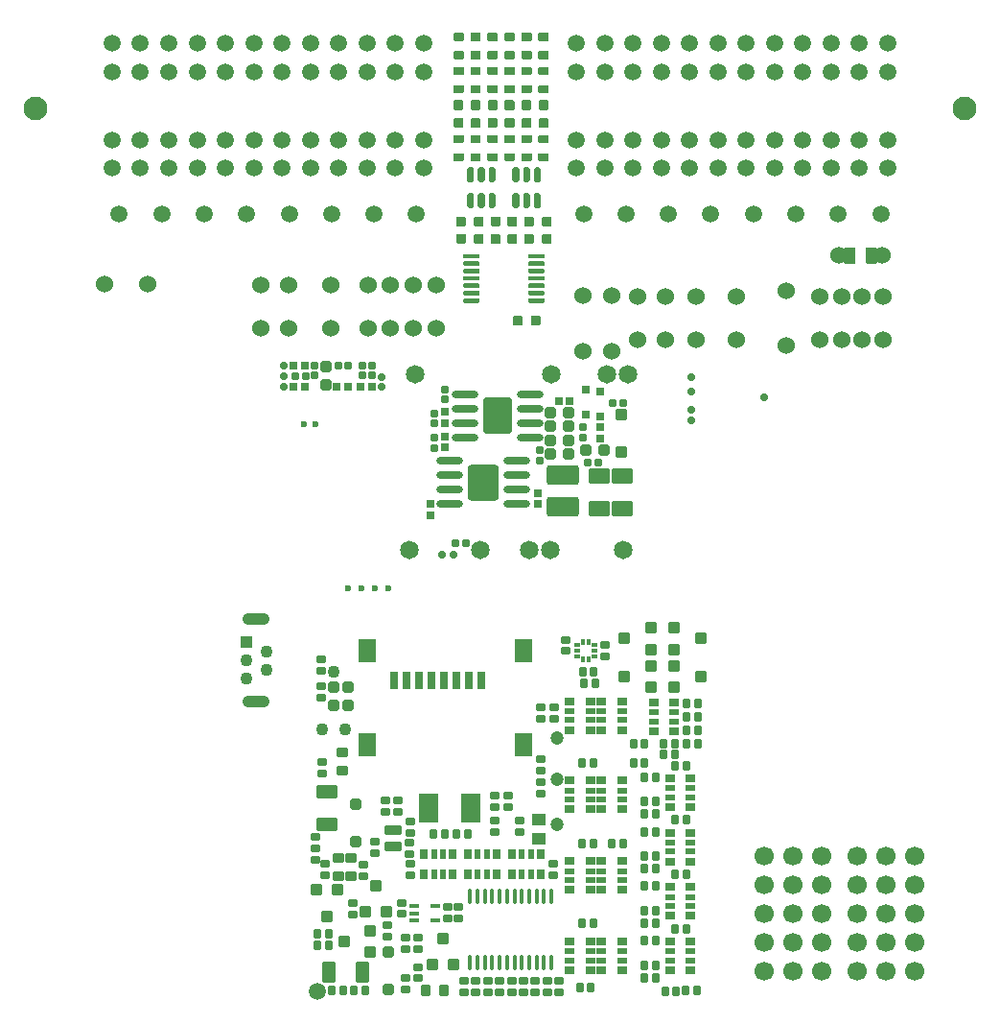
<source format=gbs>
G75*
G70*
%OFA0B0*%
%FSLAX25Y25*%
%IPPOS*%
%LPD*%
%AMOC8*
5,1,8,0,0,1.08239X$1,22.5*
%
%AMM152*
21,1,0.025200,0.019680,-0.000000,-0.000000,180.000000*
21,1,0.015750,0.029130,-0.000000,-0.000000,180.000000*
1,1,0.009450,-0.007870,0.009840*
1,1,0.009450,0.007870,0.009840*
1,1,0.009450,0.007870,-0.009840*
1,1,0.009450,-0.007870,-0.009840*
%
%AMM153*
21,1,0.025200,0.019680,-0.000000,-0.000000,90.000000*
21,1,0.015750,0.029130,-0.000000,-0.000000,90.000000*
1,1,0.009450,0.009840,0.007870*
1,1,0.009450,0.009840,-0.007870*
1,1,0.009450,-0.009840,-0.007870*
1,1,0.009450,-0.009840,0.007870*
%
%AMM160*
21,1,0.038980,0.026770,-0.000000,-0.000000,90.000000*
21,1,0.026770,0.038980,-0.000000,-0.000000,90.000000*
1,1,0.012210,0.013390,0.013390*
1,1,0.012210,0.013390,-0.013390*
1,1,0.012210,-0.013390,-0.013390*
1,1,0.012210,-0.013390,0.013390*
%
%AMM161*
21,1,0.029130,0.018900,-0.000000,-0.000000,0.000000*
21,1,0.018900,0.029130,-0.000000,-0.000000,0.000000*
1,1,0.010240,0.009450,-0.009450*
1,1,0.010240,-0.009450,-0.009450*
1,1,0.010240,-0.009450,0.009450*
1,1,0.010240,0.009450,0.009450*
%
%AMM183*
21,1,0.041340,0.026770,0.000000,-0.000000,270.000000*
21,1,0.029130,0.038980,0.000000,-0.000000,270.000000*
1,1,0.012210,-0.013390,-0.014570*
1,1,0.012210,-0.013390,0.014570*
1,1,0.012210,0.013390,0.014570*
1,1,0.012210,0.013390,-0.014570*
%
%AMM184*
21,1,0.076380,0.036220,0.000000,-0.000000,0.000000*
21,1,0.061810,0.050790,0.000000,-0.000000,0.000000*
1,1,0.014570,0.030910,-0.018110*
1,1,0.014570,-0.030910,-0.018110*
1,1,0.014570,-0.030910,0.018110*
1,1,0.014570,0.030910,0.018110*
%
%AMM187*
21,1,0.029130,0.018900,0.000000,-0.000000,0.000000*
21,1,0.018900,0.029130,0.000000,-0.000000,0.000000*
1,1,0.010240,0.009450,-0.009450*
1,1,0.010240,-0.009450,-0.009450*
1,1,0.010240,-0.009450,0.009450*
1,1,0.010240,0.009450,0.009450*
%
%AMM188*
21,1,0.025200,0.019680,0.000000,-0.000000,270.000000*
21,1,0.015750,0.029130,0.000000,-0.000000,270.000000*
1,1,0.009450,-0.009840,-0.007870*
1,1,0.009450,-0.009840,0.007870*
1,1,0.009450,0.009840,0.007870*
1,1,0.009450,0.009840,-0.007870*
%
%AMM189*
21,1,0.025200,0.019680,0.000000,-0.000000,180.000000*
21,1,0.015750,0.029130,0.000000,-0.000000,180.000000*
1,1,0.009450,-0.007870,0.009840*
1,1,0.009450,0.007870,0.009840*
1,1,0.009450,0.007870,-0.009840*
1,1,0.009450,-0.007870,-0.009840*
%
%AMM195*
21,1,0.111810,0.050390,0.000000,-0.000000,0.000000*
21,1,0.093700,0.068500,0.000000,-0.000000,0.000000*
1,1,0.018110,0.046850,-0.025200*
1,1,0.018110,-0.046850,-0.025200*
1,1,0.018110,-0.046850,0.025200*
1,1,0.018110,0.046850,0.025200*
%
%AMM196*
21,1,0.038980,0.026770,0.000000,-0.000000,180.000000*
21,1,0.026770,0.038980,0.000000,-0.000000,180.000000*
1,1,0.012210,-0.013390,0.013390*
1,1,0.012210,0.013390,0.013390*
1,1,0.012210,0.013390,-0.013390*
1,1,0.012210,-0.013390,-0.013390*
%
%AMM197*
21,1,0.029130,0.018900,0.000000,-0.000000,90.000000*
21,1,0.018900,0.029130,0.000000,-0.000000,90.000000*
1,1,0.010240,0.009450,0.009450*
1,1,0.010240,0.009450,-0.009450*
1,1,0.010240,-0.009450,-0.009450*
1,1,0.010240,-0.009450,0.009450*
%
%AMM198*
21,1,0.127560,0.075590,0.000000,-0.000000,90.000000*
21,1,0.103150,0.100000,0.000000,-0.000000,90.000000*
1,1,0.024410,0.037800,0.051580*
1,1,0.024410,0.037800,-0.051580*
1,1,0.024410,-0.037800,-0.051580*
1,1,0.024410,-0.037800,0.051580*
%
%AMM199*
21,1,0.123620,0.083460,0.000000,-0.000000,270.000000*
21,1,0.097240,0.109840,0.000000,-0.000000,270.000000*
1,1,0.026380,-0.041730,-0.048620*
1,1,0.026380,-0.041730,0.048620*
1,1,0.026380,0.041730,0.048620*
1,1,0.026380,0.041730,-0.048620*
%
%AMM216*
21,1,0.029530,0.026380,-0.000000,0.000000,0.000000*
21,1,0.020470,0.035430,-0.000000,0.000000,0.000000*
1,1,0.009060,0.010240,-0.013190*
1,1,0.009060,-0.010240,-0.013190*
1,1,0.009060,-0.010240,0.013190*
1,1,0.009060,0.010240,0.013190*
%
%AMM217*
21,1,0.021650,0.027950,-0.000000,0.000000,0.000000*
21,1,0.014170,0.035430,-0.000000,0.000000,0.000000*
1,1,0.007480,0.007090,-0.013980*
1,1,0.007480,-0.007090,-0.013980*
1,1,0.007480,-0.007090,0.013980*
1,1,0.007480,0.007090,0.013980*
%
%AMM220*
21,1,0.031500,0.018900,-0.000000,0.000000,180.000000*
21,1,0.022840,0.027560,-0.000000,0.000000,180.000000*
1,1,0.008660,-0.011420,0.009450*
1,1,0.008660,0.011420,0.009450*
1,1,0.008660,0.011420,-0.009450*
1,1,0.008660,-0.011420,-0.009450*
%
%AMM222*
21,1,0.031500,0.018900,-0.000000,0.000000,270.000000*
21,1,0.022840,0.027560,-0.000000,0.000000,270.000000*
1,1,0.008660,-0.009450,-0.011420*
1,1,0.008660,-0.009450,0.011420*
1,1,0.008660,0.009450,0.011420*
1,1,0.008660,0.009450,-0.011420*
%
%AMM224*
21,1,0.039370,0.030320,-0.000000,0.000000,0.000000*
21,1,0.028350,0.041340,-0.000000,0.000000,0.000000*
1,1,0.011020,0.014170,-0.015160*
1,1,0.011020,-0.014170,-0.015160*
1,1,0.011020,-0.014170,0.015160*
1,1,0.011020,0.014170,0.015160*
%
%AMM227*
21,1,0.031500,0.030710,-0.000000,0.000000,90.000000*
21,1,0.022050,0.040160,-0.000000,0.000000,90.000000*
1,1,0.009450,0.015350,0.011020*
1,1,0.009450,0.015350,-0.011020*
1,1,0.009450,-0.015350,-0.011020*
1,1,0.009450,-0.015350,0.011020*
%
%AMM241*
21,1,0.029530,0.026380,-0.000000,0.000000,90.000000*
21,1,0.020470,0.035430,-0.000000,0.000000,90.000000*
1,1,0.009060,0.013190,0.010240*
1,1,0.009060,0.013190,-0.010240*
1,1,0.009060,-0.013190,-0.010240*
1,1,0.009060,-0.013190,0.010240*
%
%AMM242*
21,1,0.021650,0.027950,-0.000000,0.000000,90.000000*
21,1,0.014170,0.035430,-0.000000,0.000000,90.000000*
1,1,0.007480,0.013980,0.007090*
1,1,0.007480,0.013980,-0.007090*
1,1,0.007480,-0.013980,-0.007090*
1,1,0.007480,-0.013980,0.007090*
%
%AMM243*
21,1,0.037400,0.026770,-0.000000,0.000000,90.000000*
21,1,0.026770,0.037400,-0.000000,0.000000,90.000000*
1,1,0.010630,0.013390,0.013390*
1,1,0.010630,0.013390,-0.013390*
1,1,0.010630,-0.013390,-0.013390*
1,1,0.010630,-0.013390,0.013390*
%
%AMM244*
21,1,0.082680,0.045670,-0.000000,0.000000,270.000000*
21,1,0.067320,0.061020,-0.000000,0.000000,270.000000*
1,1,0.015350,-0.022840,-0.033660*
1,1,0.015350,-0.022840,0.033660*
1,1,0.015350,0.022840,0.033660*
1,1,0.015350,0.022840,-0.033660*
%
%AMM245*
21,1,0.062990,0.020470,-0.000000,0.000000,270.000000*
21,1,0.053940,0.029530,-0.000000,0.000000,270.000000*
1,1,0.009060,-0.010240,-0.026970*
1,1,0.009060,-0.010240,0.026970*
1,1,0.009060,0.010240,0.026970*
1,1,0.009060,0.010240,-0.026970*
%
%AMM246*
21,1,0.039370,0.030320,-0.000000,0.000000,270.000000*
21,1,0.028350,0.041340,-0.000000,0.000000,270.000000*
1,1,0.011020,-0.015160,-0.014170*
1,1,0.011020,-0.015160,0.014170*
1,1,0.011020,0.015160,0.014170*
1,1,0.011020,0.015160,-0.014170*
%
%AMM247*
21,1,0.016540,0.028980,-0.000000,0.000000,270.000000*
21,1,0.010080,0.035430,-0.000000,0.000000,270.000000*
1,1,0.006460,-0.014490,-0.005040*
1,1,0.006460,-0.014490,0.005040*
1,1,0.006460,0.014490,0.005040*
1,1,0.006460,0.014490,-0.005040*
%
%AMM248*
21,1,0.074800,0.036220,-0.000000,0.000000,90.000000*
21,1,0.061810,0.049210,-0.000000,0.000000,90.000000*
1,1,0.012990,0.018110,0.030910*
1,1,0.012990,0.018110,-0.030910*
1,1,0.012990,-0.018110,-0.030910*
1,1,0.012990,-0.018110,0.030910*
%
%AMM249*
21,1,0.039760,0.026770,-0.000000,0.000000,90.000000*
21,1,0.029130,0.037400,-0.000000,0.000000,90.000000*
1,1,0.010630,0.013390,0.014570*
1,1,0.010630,0.013390,-0.014570*
1,1,0.010630,-0.013390,-0.014570*
1,1,0.010630,-0.013390,0.014570*
%
%AMM250*
21,1,0.031500,0.049610,-0.000000,0.000000,90.000000*
21,1,0.022050,0.059060,-0.000000,0.000000,90.000000*
1,1,0.009450,0.024800,0.011020*
1,1,0.009450,0.024800,-0.011020*
1,1,0.009450,-0.024800,-0.011020*
1,1,0.009450,-0.024800,0.011020*
%
%AMM251*
21,1,0.074800,0.036220,-0.000000,0.000000,180.000000*
21,1,0.061810,0.049210,-0.000000,0.000000,180.000000*
1,1,0.012990,-0.030910,0.018110*
1,1,0.012990,0.030910,0.018110*
1,1,0.012990,0.030910,-0.018110*
1,1,0.012990,-0.030910,-0.018110*
%
%AMM252*
21,1,0.031500,0.030710,-0.000000,0.000000,180.000000*
21,1,0.022050,0.040160,-0.000000,0.000000,180.000000*
1,1,0.009450,-0.011020,0.015350*
1,1,0.009450,0.011020,0.015350*
1,1,0.009450,0.011020,-0.015350*
1,1,0.009450,-0.011020,-0.015350*
%
%ADD112C,0.02913*%
%ADD113C,0.06457*%
%ADD13C,0.05906*%
%ADD14C,0.06000*%
%ADD15C,0.06693*%
%ADD18R,0.04331X0.04331*%
%ADD19C,0.04331*%
%ADD196C,0.04724*%
%ADD197C,0.04294*%
%ADD20O,0.09449X0.04331*%
%ADD21C,0.02362*%
%ADD220R,0.01772X0.01870*%
%ADD226R,0.01870X0.01772*%
%ADD281O,0.09213X0.02520*%
%ADD308M152*%
%ADD309M153*%
%ADD316M160*%
%ADD317M161*%
%ADD339M183*%
%ADD340M184*%
%ADD343M187*%
%ADD344M188*%
%ADD345M189*%
%ADD351M195*%
%ADD352M196*%
%ADD353M197*%
%ADD354M198*%
%ADD355M199*%
%ADD376M216*%
%ADD377M217*%
%ADD381M220*%
%ADD383M222*%
%ADD385M224*%
%ADD389M227*%
%ADD406M241*%
%ADD407M242*%
%ADD408M243*%
%ADD409M244*%
%ADD410M245*%
%ADD411M246*%
%ADD412M247*%
%ADD413O,0.01378X0.05354*%
%ADD414M248*%
%ADD415M249*%
%ADD416R,0.07087X0.09843*%
%ADD417M250*%
%ADD418R,0.04724X0.04331*%
%ADD419M251*%
%ADD420M252*%
%ADD62C,0.08268*%
X0000000Y0000000D02*
%LPD*%
G01*
D62*
X0008481Y0330774D03*
X0331316Y0330774D03*
D13*
X0304741Y0353214D03*
X0294899Y0353214D03*
X0285056Y0353214D03*
X0275214Y0353214D03*
X0265371Y0353214D03*
X0255529Y0353214D03*
X0245686Y0353214D03*
X0235844Y0353214D03*
X0226001Y0353214D03*
X0216159Y0353214D03*
X0206316Y0353214D03*
X0196473Y0353214D03*
X0304741Y0343372D03*
X0294899Y0343372D03*
X0285056Y0343372D03*
X0275214Y0343372D03*
X0265371Y0343372D03*
X0255529Y0343372D03*
X0245686Y0343372D03*
X0235844Y0343372D03*
X0226001Y0343372D03*
X0216159Y0343372D03*
X0206316Y0343372D03*
X0196473Y0343372D03*
X0304741Y0319750D03*
X0294899Y0319750D03*
X0285056Y0319750D03*
X0275214Y0319750D03*
X0265371Y0319750D03*
X0255529Y0319750D03*
X0245686Y0319750D03*
X0235844Y0319750D03*
X0226001Y0319750D03*
X0216159Y0319750D03*
X0206316Y0319750D03*
X0196473Y0319750D03*
X0304741Y0309907D03*
X0294899Y0309907D03*
X0285056Y0309907D03*
X0275214Y0309907D03*
X0265371Y0309907D03*
X0255529Y0309907D03*
X0245686Y0309907D03*
X0235844Y0309907D03*
X0226001Y0309907D03*
X0216159Y0309907D03*
X0206316Y0309907D03*
X0196473Y0309907D03*
X0302281Y0294159D03*
X0287517Y0294159D03*
X0272753Y0294159D03*
X0257989Y0294159D03*
X0243225Y0294159D03*
X0228462Y0294159D03*
X0213698Y0294159D03*
X0198934Y0294159D03*
X0143324Y0353214D03*
X0133481Y0353214D03*
X0123639Y0353214D03*
X0113796Y0353214D03*
X0103954Y0353214D03*
X0094111Y0353214D03*
X0084269Y0353214D03*
X0074426Y0353214D03*
X0064584Y0353214D03*
X0054741Y0353214D03*
X0044899Y0353214D03*
X0035056Y0353214D03*
X0143324Y0343372D03*
X0133481Y0343372D03*
X0123639Y0343372D03*
X0113796Y0343372D03*
X0103954Y0343372D03*
X0094111Y0343372D03*
X0084269Y0343372D03*
X0074426Y0343372D03*
X0064584Y0343372D03*
X0054741Y0343372D03*
X0044899Y0343372D03*
X0035056Y0343372D03*
X0143324Y0319750D03*
X0133481Y0319750D03*
X0123639Y0319750D03*
X0113796Y0319750D03*
X0103954Y0319750D03*
X0094111Y0319750D03*
X0084269Y0319750D03*
X0074426Y0319750D03*
X0064584Y0319750D03*
X0054741Y0319750D03*
X0044899Y0319750D03*
X0035056Y0319750D03*
X0143324Y0309907D03*
X0133481Y0309907D03*
X0123639Y0309907D03*
X0113796Y0309907D03*
X0103954Y0309907D03*
X0094111Y0309907D03*
X0084269Y0309907D03*
X0074426Y0309907D03*
X0064584Y0309907D03*
X0054741Y0309907D03*
X0044899Y0309907D03*
X0035056Y0309907D03*
X0140863Y0294159D03*
X0126099Y0294159D03*
X0111336Y0294159D03*
X0096572Y0294159D03*
X0081808Y0294159D03*
X0067044Y0294159D03*
X0052281Y0294159D03*
X0037517Y0294159D03*
D14*
X0131890Y0269311D03*
X0131890Y0254311D03*
D15*
X0294063Y0031024D03*
X0294063Y0041024D03*
X0294063Y0051024D03*
X0294063Y0061024D03*
X0294063Y0071024D03*
X0304063Y0031024D03*
X0304063Y0041024D03*
X0304063Y0051024D03*
X0304063Y0061024D03*
X0304063Y0071024D03*
X0314063Y0031024D03*
X0314063Y0041024D03*
X0314063Y0051024D03*
X0314063Y0061024D03*
X0314063Y0071024D03*
D14*
X0032244Y0269685D03*
X0047244Y0269685D03*
X0124016Y0269311D03*
X0124016Y0254311D03*
X0086614Y0269311D03*
X0086614Y0254311D03*
X0208661Y0265551D03*
X0208661Y0246260D03*
X0111220Y0269311D03*
X0111220Y0254311D03*
X0269291Y0267520D03*
X0269291Y0248228D03*
X0198819Y0265551D03*
X0198819Y0246260D03*
X0251969Y0265374D03*
X0251969Y0250374D03*
D15*
X0261654Y0031024D03*
X0261654Y0041024D03*
X0261654Y0051024D03*
X0261654Y0061024D03*
X0261654Y0071024D03*
X0271654Y0031024D03*
X0271654Y0041024D03*
X0271654Y0051024D03*
X0271654Y0061024D03*
X0271654Y0071024D03*
X0281654Y0031024D03*
X0281654Y0041024D03*
X0281654Y0051024D03*
X0281654Y0061024D03*
X0281654Y0071024D03*
D14*
X0147638Y0269311D03*
X0147638Y0254311D03*
X0303150Y0265374D03*
X0303150Y0250374D03*
D18*
X0081693Y0145276D03*
D19*
X0088583Y0142126D03*
X0081693Y0138976D03*
X0088583Y0135827D03*
X0081693Y0132677D03*
D20*
X0085138Y0153346D03*
X0085138Y0124606D03*
D21*
X0094587Y0233957D03*
X0094587Y0237697D03*
X0094587Y0241437D03*
X0128839Y0237500D03*
X0128839Y0233957D03*
D14*
X0281102Y0265374D03*
X0281102Y0250374D03*
X0288583Y0265374D03*
X0288583Y0250374D03*
X0139764Y0269311D03*
X0139764Y0254311D03*
D21*
X0121752Y0164075D03*
X0117028Y0164075D03*
X0126476Y0164075D03*
X0131201Y0164075D03*
X0105768Y0220866D03*
X0101831Y0220866D03*
D14*
X0295669Y0265374D03*
X0295669Y0250374D03*
X0096457Y0269311D03*
X0096457Y0254311D03*
D13*
X0212697Y0177461D03*
X0187500Y0177461D03*
X0180020Y0177461D03*
X0163091Y0177461D03*
D21*
X0153642Y0175689D03*
X0149705Y0175689D03*
D13*
X0138484Y0177461D03*
X0214469Y0238484D03*
X0207185Y0238484D03*
X0187697Y0238484D03*
X0140256Y0238484D03*
D14*
X0227559Y0265374D03*
X0227559Y0250374D03*
X0238189Y0265374D03*
X0238189Y0250374D03*
X0217717Y0265374D03*
X0217717Y0250374D03*
D21*
X0261811Y0230315D03*
X0236516Y0237520D03*
X0236516Y0232500D03*
X0236516Y0226004D03*
X0236516Y0222461D03*
G36*
G01*
X0171693Y0345079D02*
X0174764Y0345079D01*
G75*
G02*
X0175039Y0344803I0000000J-000276D01*
G01*
X0175039Y0342598D01*
G75*
G02*
X0174764Y0342323I-000276J0000000D01*
G01*
X0171693Y0342323D01*
G75*
G02*
X0171417Y0342598I0000000J0000276D01*
G01*
X0171417Y0344803D01*
G75*
G02*
X0171693Y0345079I0000276J0000000D01*
G01*
G37*
G36*
G01*
X0171693Y0338780D02*
X0174764Y0338780D01*
G75*
G02*
X0175039Y0338504I0000000J-000276D01*
G01*
X0175039Y0336299D01*
G75*
G02*
X0174764Y0336024I-000276J0000000D01*
G01*
X0171693Y0336024D01*
G75*
G02*
X0171417Y0336299I0000000J0000276D01*
G01*
X0171417Y0338504D01*
G75*
G02*
X0171693Y0338780I0000276J0000000D01*
G01*
G37*
G36*
G01*
X0154173Y0333524D02*
X0156850Y0333524D01*
G75*
G02*
X0157185Y0333189I0000000J-000335D01*
G01*
X0157185Y0330512D01*
G75*
G02*
X0156850Y0330177I-000335J0000000D01*
G01*
X0154173Y0330177D01*
G75*
G02*
X0153839Y0330512I0000000J0000335D01*
G01*
X0153839Y0333189D01*
G75*
G02*
X0154173Y0333524I0000335J0000000D01*
G01*
G37*
G36*
G01*
X0154173Y0327303D02*
X0156850Y0327303D01*
G75*
G02*
X0157185Y0326968I0000000J-000335D01*
G01*
X0157185Y0324291D01*
G75*
G02*
X0156850Y0323957I-000335J0000000D01*
G01*
X0154173Y0323957D01*
G75*
G02*
X0153839Y0324291I0000000J0000335D01*
G01*
X0153839Y0326968D01*
G75*
G02*
X0154173Y0327303I0000335J0000000D01*
G01*
G37*
G36*
G01*
X0165984Y0333524D02*
X0168661Y0333524D01*
G75*
G02*
X0168996Y0333189I0000000J-000335D01*
G01*
X0168996Y0330512D01*
G75*
G02*
X0168661Y0330177I-000335J0000000D01*
G01*
X0165984Y0330177D01*
G75*
G02*
X0165650Y0330512I0000000J0000335D01*
G01*
X0165650Y0333189D01*
G75*
G02*
X0165984Y0333524I0000335J0000000D01*
G01*
G37*
G36*
G01*
X0165984Y0327303D02*
X0168661Y0327303D01*
G75*
G02*
X0168996Y0326968I0000000J-000335D01*
G01*
X0168996Y0324291D01*
G75*
G02*
X0168661Y0323957I-000335J0000000D01*
G01*
X0165984Y0323957D01*
G75*
G02*
X0165650Y0324291I0000000J0000335D01*
G01*
X0165650Y0326968D01*
G75*
G02*
X0165984Y0327303I0000335J0000000D01*
G01*
G37*
G36*
G01*
X0174764Y0312402D02*
X0171693Y0312402D01*
G75*
G02*
X0171417Y0312677I0000000J0000276D01*
G01*
X0171417Y0314882D01*
G75*
G02*
X0171693Y0315157I0000276J0000000D01*
G01*
X0174764Y0315157D01*
G75*
G02*
X0175039Y0314882I0000000J-000276D01*
G01*
X0175039Y0312677D01*
G75*
G02*
X0174764Y0312402I-000276J0000000D01*
G01*
G37*
G36*
G01*
X0174764Y0318701D02*
X0171693Y0318701D01*
G75*
G02*
X0171417Y0318976I0000000J0000276D01*
G01*
X0171417Y0321181D01*
G75*
G02*
X0171693Y0321457I0000276J0000000D01*
G01*
X0174764Y0321457D01*
G75*
G02*
X0175039Y0321181I0000000J-000276D01*
G01*
X0175039Y0318976D01*
G75*
G02*
X0174764Y0318701I-000276J0000000D01*
G01*
G37*
G36*
G01*
X0160079Y0333524D02*
X0162756Y0333524D01*
G75*
G02*
X0163091Y0333189I0000000J-000335D01*
G01*
X0163091Y0330512D01*
G75*
G02*
X0162756Y0330177I-000335J0000000D01*
G01*
X0160079Y0330177D01*
G75*
G02*
X0159744Y0330512I0000000J0000335D01*
G01*
X0159744Y0333189D01*
G75*
G02*
X0160079Y0333524I0000335J0000000D01*
G01*
G37*
G36*
G01*
X0160079Y0327303D02*
X0162756Y0327303D01*
G75*
G02*
X0163091Y0326968I0000000J-000335D01*
G01*
X0163091Y0324291D01*
G75*
G02*
X0162756Y0323957I-000335J0000000D01*
G01*
X0160079Y0323957D01*
G75*
G02*
X0159744Y0324291I0000000J0000335D01*
G01*
X0159744Y0326968D01*
G75*
G02*
X0160079Y0327303I0000335J0000000D01*
G01*
G37*
G36*
G01*
X0177598Y0345079D02*
X0180669Y0345079D01*
G75*
G02*
X0180945Y0344803I0000000J-000276D01*
G01*
X0180945Y0342598D01*
G75*
G02*
X0180669Y0342323I-000276J0000000D01*
G01*
X0177598Y0342323D01*
G75*
G02*
X0177323Y0342598I0000000J0000276D01*
G01*
X0177323Y0344803D01*
G75*
G02*
X0177598Y0345079I0000276J0000000D01*
G01*
G37*
G36*
G01*
X0177598Y0338780D02*
X0180669Y0338780D01*
G75*
G02*
X0180945Y0338504I0000000J-000276D01*
G01*
X0180945Y0336299D01*
G75*
G02*
X0180669Y0336024I-000276J0000000D01*
G01*
X0177598Y0336024D01*
G75*
G02*
X0177323Y0336299I0000000J0000276D01*
G01*
X0177323Y0338504D01*
G75*
G02*
X0177598Y0338780I0000276J0000000D01*
G01*
G37*
G36*
G01*
X0157087Y0263583D02*
X0157087Y0264370D01*
G75*
G02*
X0157480Y0264764I0000394J0000000D01*
G01*
X0162500Y0264764D01*
G75*
G02*
X0162894Y0264370I0000000J-000394D01*
G01*
X0162894Y0263583D01*
G75*
G02*
X0162500Y0263189I-000394J0000000D01*
G01*
X0157480Y0263189D01*
G75*
G02*
X0157087Y0263583I0000000J0000394D01*
G01*
G37*
G36*
G01*
X0157087Y0266142D02*
X0157087Y0266929D01*
G75*
G02*
X0157480Y0267323I0000394J0000000D01*
G01*
X0162500Y0267323D01*
G75*
G02*
X0162894Y0266929I0000000J-000394D01*
G01*
X0162894Y0266142D01*
G75*
G02*
X0162500Y0265748I-000394J0000000D01*
G01*
X0157480Y0265748D01*
G75*
G02*
X0157087Y0266142I0000000J0000394D01*
G01*
G37*
G36*
G01*
X0157087Y0268701D02*
X0157087Y0269488D01*
G75*
G02*
X0157480Y0269882I0000394J0000000D01*
G01*
X0162500Y0269882D01*
G75*
G02*
X0162894Y0269488I0000000J-000394D01*
G01*
X0162894Y0268701D01*
G75*
G02*
X0162500Y0268307I-000394J0000000D01*
G01*
X0157480Y0268307D01*
G75*
G02*
X0157087Y0268701I0000000J0000394D01*
G01*
G37*
G36*
G01*
X0157087Y0271260D02*
X0157087Y0272047D01*
G75*
G02*
X0157480Y0272441I0000394J0000000D01*
G01*
X0162500Y0272441D01*
G75*
G02*
X0162894Y0272047I0000000J-000394D01*
G01*
X0162894Y0271260D01*
G75*
G02*
X0162500Y0270866I-000394J0000000D01*
G01*
X0157480Y0270866D01*
G75*
G02*
X0157087Y0271260I0000000J0000394D01*
G01*
G37*
G36*
G01*
X0157087Y0273819D02*
X0157087Y0274606D01*
G75*
G02*
X0157480Y0275000I0000394J0000000D01*
G01*
X0162500Y0275000D01*
G75*
G02*
X0162894Y0274606I0000000J-000394D01*
G01*
X0162894Y0273819D01*
G75*
G02*
X0162500Y0273425I-000394J0000000D01*
G01*
X0157480Y0273425D01*
G75*
G02*
X0157087Y0273819I0000000J0000394D01*
G01*
G37*
G36*
G01*
X0157087Y0276378D02*
X0157087Y0277165D01*
G75*
G02*
X0157480Y0277559I0000394J0000000D01*
G01*
X0162500Y0277559D01*
G75*
G02*
X0162894Y0277165I0000000J-000394D01*
G01*
X0162894Y0276378D01*
G75*
G02*
X0162500Y0275984I-000394J0000000D01*
G01*
X0157480Y0275984D01*
G75*
G02*
X0157087Y0276378I0000000J0000394D01*
G01*
G37*
G36*
G01*
X0157087Y0278937D02*
X0157087Y0279724D01*
G75*
G02*
X0157480Y0280118I0000394J0000000D01*
G01*
X0162500Y0280118D01*
G75*
G02*
X0162894Y0279724I0000000J-000394D01*
G01*
X0162894Y0278937D01*
G75*
G02*
X0162500Y0278543I-000394J0000000D01*
G01*
X0157480Y0278543D01*
G75*
G02*
X0157087Y0278937I0000000J0000394D01*
G01*
G37*
G36*
G01*
X0179626Y0278937D02*
X0179626Y0279724D01*
G75*
G02*
X0180020Y0280118I0000394J0000000D01*
G01*
X0185039Y0280118D01*
G75*
G02*
X0185433Y0279724I0000000J-000394D01*
G01*
X0185433Y0278937D01*
G75*
G02*
X0185039Y0278543I-000394J0000000D01*
G01*
X0180020Y0278543D01*
G75*
G02*
X0179626Y0278937I0000000J0000394D01*
G01*
G37*
G36*
G01*
X0179626Y0276378D02*
X0179626Y0277165D01*
G75*
G02*
X0180020Y0277559I0000394J0000000D01*
G01*
X0185039Y0277559D01*
G75*
G02*
X0185433Y0277165I0000000J-000394D01*
G01*
X0185433Y0276378D01*
G75*
G02*
X0185039Y0275984I-000394J0000000D01*
G01*
X0180020Y0275984D01*
G75*
G02*
X0179626Y0276378I0000000J0000394D01*
G01*
G37*
G36*
G01*
X0179626Y0273819D02*
X0179626Y0274606D01*
G75*
G02*
X0180020Y0275000I0000394J0000000D01*
G01*
X0185039Y0275000D01*
G75*
G02*
X0185433Y0274606I0000000J-000394D01*
G01*
X0185433Y0273819D01*
G75*
G02*
X0185039Y0273425I-000394J0000000D01*
G01*
X0180020Y0273425D01*
G75*
G02*
X0179626Y0273819I0000000J0000394D01*
G01*
G37*
G36*
G01*
X0179626Y0271260D02*
X0179626Y0272047D01*
G75*
G02*
X0180020Y0272441I0000394J0000000D01*
G01*
X0185039Y0272441D01*
G75*
G02*
X0185433Y0272047I0000000J-000394D01*
G01*
X0185433Y0271260D01*
G75*
G02*
X0185039Y0270866I-000394J0000000D01*
G01*
X0180020Y0270866D01*
G75*
G02*
X0179626Y0271260I0000000J0000394D01*
G01*
G37*
G36*
G01*
X0179626Y0268701D02*
X0179626Y0269488D01*
G75*
G02*
X0180020Y0269882I0000394J0000000D01*
G01*
X0185039Y0269882D01*
G75*
G02*
X0185433Y0269488I0000000J-000394D01*
G01*
X0185433Y0268701D01*
G75*
G02*
X0185039Y0268307I-000394J0000000D01*
G01*
X0180020Y0268307D01*
G75*
G02*
X0179626Y0268701I0000000J0000394D01*
G01*
G37*
G36*
G01*
X0179626Y0266142D02*
X0179626Y0266929D01*
G75*
G02*
X0180020Y0267323I0000394J0000000D01*
G01*
X0185039Y0267323D01*
G75*
G02*
X0185433Y0266929I0000000J-000394D01*
G01*
X0185433Y0266142D01*
G75*
G02*
X0185039Y0265748I-000394J0000000D01*
G01*
X0180020Y0265748D01*
G75*
G02*
X0179626Y0266142I0000000J0000394D01*
G01*
G37*
G36*
G01*
X0179626Y0263583D02*
X0179626Y0264370D01*
G75*
G02*
X0180020Y0264764I0000394J0000000D01*
G01*
X0185039Y0264764D01*
G75*
G02*
X0185433Y0264370I0000000J-000394D01*
G01*
X0185433Y0263583D01*
G75*
G02*
X0185039Y0263189I-000394J0000000D01*
G01*
X0180020Y0263189D01*
G75*
G02*
X0179626Y0263583I0000000J0000394D01*
G01*
G37*
G36*
G01*
X0175551Y0283602D02*
X0172874Y0283602D01*
G75*
G02*
X0172539Y0283937I0000000J0000335D01*
G01*
X0172539Y0286614D01*
G75*
G02*
X0172874Y0286949I0000335J0000000D01*
G01*
X0175551Y0286949D01*
G75*
G02*
X0175886Y0286614I0000000J-000335D01*
G01*
X0175886Y0283937D01*
G75*
G02*
X0175551Y0283602I-000335J0000000D01*
G01*
G37*
G36*
G01*
X0175551Y0289823D02*
X0172874Y0289823D01*
G75*
G02*
X0172539Y0290157I0000000J0000335D01*
G01*
X0172539Y0292835D01*
G75*
G02*
X0172874Y0293169I0000335J0000000D01*
G01*
X0175551Y0293169D01*
G75*
G02*
X0175886Y0292835I0000000J-000335D01*
G01*
X0175886Y0290157D01*
G75*
G02*
X0175551Y0289823I-000335J0000000D01*
G01*
G37*
G36*
G01*
X0162953Y0312402D02*
X0159882Y0312402D01*
G75*
G02*
X0159606Y0312677I0000000J0000276D01*
G01*
X0159606Y0314882D01*
G75*
G02*
X0159882Y0315157I0000276J0000000D01*
G01*
X0162953Y0315157D01*
G75*
G02*
X0163228Y0314882I0000000J-000276D01*
G01*
X0163228Y0312677D01*
G75*
G02*
X0162953Y0312402I-000276J0000000D01*
G01*
G37*
G36*
G01*
X0162953Y0318701D02*
X0159882Y0318701D01*
G75*
G02*
X0159606Y0318976I0000000J0000276D01*
G01*
X0159606Y0321181D01*
G75*
G02*
X0159882Y0321457I0000276J0000000D01*
G01*
X0162953Y0321457D01*
G75*
G02*
X0163228Y0321181I0000000J-000276D01*
G01*
X0163228Y0318976D01*
G75*
G02*
X0162953Y0318701I-000276J0000000D01*
G01*
G37*
G36*
G01*
X0157047Y0312402D02*
X0153976Y0312402D01*
G75*
G02*
X0153701Y0312677I0000000J0000276D01*
G01*
X0153701Y0314882D01*
G75*
G02*
X0153976Y0315157I0000276J0000000D01*
G01*
X0157047Y0315157D01*
G75*
G02*
X0157323Y0314882I0000000J-000276D01*
G01*
X0157323Y0312677D01*
G75*
G02*
X0157047Y0312402I-000276J0000000D01*
G01*
G37*
G36*
G01*
X0157047Y0318701D02*
X0153976Y0318701D01*
G75*
G02*
X0153701Y0318976I0000000J0000276D01*
G01*
X0153701Y0321181D01*
G75*
G02*
X0153976Y0321457I0000276J0000000D01*
G01*
X0157047Y0321457D01*
G75*
G02*
X0157323Y0321181I0000000J-000276D01*
G01*
X0157323Y0318976D01*
G75*
G02*
X0157047Y0318701I-000276J0000000D01*
G01*
G37*
G36*
G01*
X0180669Y0312402D02*
X0177598Y0312402D01*
G75*
G02*
X0177323Y0312677I0000000J0000276D01*
G01*
X0177323Y0314882D01*
G75*
G02*
X0177598Y0315157I0000276J0000000D01*
G01*
X0180669Y0315157D01*
G75*
G02*
X0180945Y0314882I0000000J-000276D01*
G01*
X0180945Y0312677D01*
G75*
G02*
X0180669Y0312402I-000276J0000000D01*
G01*
G37*
G36*
G01*
X0180669Y0318701D02*
X0177598Y0318701D01*
G75*
G02*
X0177323Y0318976I0000000J0000276D01*
G01*
X0177323Y0321181D01*
G75*
G02*
X0177598Y0321457I0000276J0000000D01*
G01*
X0180669Y0321457D01*
G75*
G02*
X0180945Y0321181I0000000J-000276D01*
G01*
X0180945Y0318976D01*
G75*
G02*
X0180669Y0318701I-000276J0000000D01*
G01*
G37*
G36*
G01*
X0171890Y0333524D02*
X0174567Y0333524D01*
G75*
G02*
X0174902Y0333189I0000000J-000335D01*
G01*
X0174902Y0330512D01*
G75*
G02*
X0174567Y0330177I-000335J0000000D01*
G01*
X0171890Y0330177D01*
G75*
G02*
X0171555Y0330512I0000000J0000335D01*
G01*
X0171555Y0333189D01*
G75*
G02*
X0171890Y0333524I0000335J0000000D01*
G01*
G37*
G36*
G01*
X0171890Y0327303D02*
X0174567Y0327303D01*
G75*
G02*
X0174902Y0326968I0000000J-000335D01*
G01*
X0174902Y0324291D01*
G75*
G02*
X0174567Y0323957I-000335J0000000D01*
G01*
X0171890Y0323957D01*
G75*
G02*
X0171555Y0324291I0000000J0000335D01*
G01*
X0171555Y0326968D01*
G75*
G02*
X0171890Y0327303I0000335J0000000D01*
G01*
G37*
G36*
G01*
X0183465Y0296063D02*
X0182283Y0296063D01*
G75*
G02*
X0181693Y0296654I0000000J0000591D01*
G01*
X0181693Y0300689D01*
G75*
G02*
X0182283Y0301280I0000591J0000000D01*
G01*
X0183465Y0301280D01*
G75*
G02*
X0184055Y0300689I0000000J-000591D01*
G01*
X0184055Y0296654D01*
G75*
G02*
X0183465Y0296063I-000591J0000000D01*
G01*
G37*
G36*
G01*
X0179724Y0296063D02*
X0178543Y0296063D01*
G75*
G02*
X0177953Y0296654I0000000J0000591D01*
G01*
X0177953Y0300689D01*
G75*
G02*
X0178543Y0301280I0000591J0000000D01*
G01*
X0179724Y0301280D01*
G75*
G02*
X0180315Y0300689I0000000J-000591D01*
G01*
X0180315Y0296654D01*
G75*
G02*
X0179724Y0296063I-000591J0000000D01*
G01*
G37*
G36*
G01*
X0175984Y0296063D02*
X0174803Y0296063D01*
G75*
G02*
X0174213Y0296654I0000000J0000591D01*
G01*
X0174213Y0300689D01*
G75*
G02*
X0174803Y0301280I0000591J0000000D01*
G01*
X0175984Y0301280D01*
G75*
G02*
X0176575Y0300689I0000000J-000591D01*
G01*
X0176575Y0296654D01*
G75*
G02*
X0175984Y0296063I-000591J0000000D01*
G01*
G37*
G36*
G01*
X0175984Y0305020D02*
X0174803Y0305020D01*
G75*
G02*
X0174213Y0305610I0000000J0000591D01*
G01*
X0174213Y0309646D01*
G75*
G02*
X0174803Y0310236I0000591J0000000D01*
G01*
X0175984Y0310236D01*
G75*
G02*
X0176575Y0309646I0000000J-000591D01*
G01*
X0176575Y0305610D01*
G75*
G02*
X0175984Y0305020I-000591J0000000D01*
G01*
G37*
G36*
G01*
X0179724Y0305020D02*
X0178543Y0305020D01*
G75*
G02*
X0177953Y0305610I0000000J0000591D01*
G01*
X0177953Y0309646D01*
G75*
G02*
X0178543Y0310236I0000591J0000000D01*
G01*
X0179724Y0310236D01*
G75*
G02*
X0180315Y0309646I0000000J-000591D01*
G01*
X0180315Y0305610D01*
G75*
G02*
X0179724Y0305020I-000591J0000000D01*
G01*
G37*
G36*
G01*
X0183465Y0305020D02*
X0182283Y0305020D01*
G75*
G02*
X0181693Y0305610I0000000J0000591D01*
G01*
X0181693Y0309646D01*
G75*
G02*
X0182283Y0310236I0000591J0000000D01*
G01*
X0183465Y0310236D01*
G75*
G02*
X0184055Y0309646I0000000J-000591D01*
G01*
X0184055Y0305610D01*
G75*
G02*
X0183465Y0305020I-000591J0000000D01*
G01*
G37*
G36*
G01*
X0164232Y0286772D02*
X0164232Y0284094D01*
G75*
G02*
X0163898Y0283760I-000335J0000000D01*
G01*
X0161220Y0283760D01*
G75*
G02*
X0160886Y0284094I0000000J0000335D01*
G01*
X0160886Y0286772D01*
G75*
G02*
X0161220Y0287106I0000335J0000000D01*
G01*
X0163898Y0287106D01*
G75*
G02*
X0164232Y0286772I0000000J-000335D01*
G01*
G37*
G36*
G01*
X0158012Y0286772D02*
X0158012Y0284094D01*
G75*
G02*
X0157677Y0283760I-000335J0000000D01*
G01*
X0155000Y0283760D01*
G75*
G02*
X0154665Y0284094I0000000J0000335D01*
G01*
X0154665Y0286772D01*
G75*
G02*
X0155000Y0287106I0000335J0000000D01*
G01*
X0157677Y0287106D01*
G75*
G02*
X0158012Y0286772I0000000J-000335D01*
G01*
G37*
G36*
G01*
X0153976Y0345079D02*
X0157047Y0345079D01*
G75*
G02*
X0157323Y0344803I0000000J-000276D01*
G01*
X0157323Y0342598D01*
G75*
G02*
X0157047Y0342323I-000276J0000000D01*
G01*
X0153976Y0342323D01*
G75*
G02*
X0153701Y0342598I0000000J0000276D01*
G01*
X0153701Y0344803D01*
G75*
G02*
X0153976Y0345079I0000276J0000000D01*
G01*
G37*
G36*
G01*
X0153976Y0338780D02*
X0157047Y0338780D01*
G75*
G02*
X0157323Y0338504I0000000J-000276D01*
G01*
X0157323Y0336299D01*
G75*
G02*
X0157047Y0336024I-000276J0000000D01*
G01*
X0153976Y0336024D01*
G75*
G02*
X0153701Y0336299I0000000J0000276D01*
G01*
X0153701Y0338504D01*
G75*
G02*
X0153976Y0338780I0000276J0000000D01*
G01*
G37*
G36*
G01*
X0183701Y0333524D02*
X0186378Y0333524D01*
G75*
G02*
X0186713Y0333189I0000000J-000335D01*
G01*
X0186713Y0330512D01*
G75*
G02*
X0186378Y0330177I-000335J0000000D01*
G01*
X0183701Y0330177D01*
G75*
G02*
X0183366Y0330512I0000000J0000335D01*
G01*
X0183366Y0333189D01*
G75*
G02*
X0183701Y0333524I0000335J0000000D01*
G01*
G37*
G36*
G01*
X0183701Y0327303D02*
X0186378Y0327303D01*
G75*
G02*
X0186713Y0326968I0000000J-000335D01*
G01*
X0186713Y0324291D01*
G75*
G02*
X0186378Y0323957I-000335J0000000D01*
G01*
X0183701Y0323957D01*
G75*
G02*
X0183366Y0324291I0000000J0000335D01*
G01*
X0183366Y0326968D01*
G75*
G02*
X0183701Y0327303I0000335J0000000D01*
G01*
G37*
G36*
G01*
X0153980Y0356890D02*
X0157051Y0356890D01*
G75*
G02*
X0157327Y0356614I0000000J-000276D01*
G01*
X0157327Y0354409D01*
G75*
G02*
X0157051Y0354134I-000276J0000000D01*
G01*
X0153980Y0354134D01*
G75*
G02*
X0153705Y0354409I0000000J0000276D01*
G01*
X0153705Y0356614D01*
G75*
G02*
X0153980Y0356890I0000276J0000000D01*
G01*
G37*
G36*
G01*
X0153980Y0350591D02*
X0157051Y0350591D01*
G75*
G02*
X0157327Y0350315I0000000J-000276D01*
G01*
X0157327Y0348110D01*
G75*
G02*
X0157051Y0347835I-000276J0000000D01*
G01*
X0153980Y0347835D01*
G75*
G02*
X0153705Y0348110I0000000J0000276D01*
G01*
X0153705Y0350315D01*
G75*
G02*
X0153980Y0350591I0000276J0000000D01*
G01*
G37*
G36*
G01*
X0174350Y0255551D02*
X0174350Y0258228D01*
G75*
G02*
X0174685Y0258563I0000335J0000000D01*
G01*
X0177362Y0258563D01*
G75*
G02*
X0177697Y0258228I0000000J-000335D01*
G01*
X0177697Y0255551D01*
G75*
G02*
X0177362Y0255217I-000335J0000000D01*
G01*
X0174685Y0255217D01*
G75*
G02*
X0174350Y0255551I0000000J0000335D01*
G01*
G37*
G36*
G01*
X0180571Y0255551D02*
X0180571Y0258228D01*
G75*
G02*
X0180906Y0258563I0000335J0000000D01*
G01*
X0183583Y0258563D01*
G75*
G02*
X0183917Y0258228I0000000J-000335D01*
G01*
X0183917Y0255551D01*
G75*
G02*
X0183583Y0255217I-000335J0000000D01*
G01*
X0180906Y0255217D01*
G75*
G02*
X0180571Y0255551I0000000J0000335D01*
G01*
G37*
G36*
G01*
X0165787Y0345079D02*
X0168858Y0345079D01*
G75*
G02*
X0169134Y0344803I0000000J-000276D01*
G01*
X0169134Y0342598D01*
G75*
G02*
X0168858Y0342323I-000276J0000000D01*
G01*
X0165787Y0342323D01*
G75*
G02*
X0165512Y0342598I0000000J0000276D01*
G01*
X0165512Y0344803D01*
G75*
G02*
X0165787Y0345079I0000276J0000000D01*
G01*
G37*
G36*
G01*
X0165787Y0338780D02*
X0168858Y0338780D01*
G75*
G02*
X0169134Y0338504I0000000J-000276D01*
G01*
X0169134Y0336299D01*
G75*
G02*
X0168858Y0336024I-000276J0000000D01*
G01*
X0165787Y0336024D01*
G75*
G02*
X0165512Y0336299I0000000J0000276D01*
G01*
X0165512Y0338504D01*
G75*
G02*
X0165787Y0338780I0000276J0000000D01*
G01*
G37*
G36*
G01*
X0177795Y0333524D02*
X0180472Y0333524D01*
G75*
G02*
X0180807Y0333189I0000000J-000335D01*
G01*
X0180807Y0330512D01*
G75*
G02*
X0180472Y0330177I-000335J0000000D01*
G01*
X0177795Y0330177D01*
G75*
G02*
X0177461Y0330512I0000000J0000335D01*
G01*
X0177461Y0333189D01*
G75*
G02*
X0177795Y0333524I0000335J0000000D01*
G01*
G37*
G36*
G01*
X0177795Y0327303D02*
X0180472Y0327303D01*
G75*
G02*
X0180807Y0326968I0000000J-000335D01*
G01*
X0180807Y0324291D01*
G75*
G02*
X0180472Y0323957I-000335J0000000D01*
G01*
X0177795Y0323957D01*
G75*
G02*
X0177461Y0324291I0000000J0000335D01*
G01*
X0177461Y0326968D01*
G75*
G02*
X0177795Y0327303I0000335J0000000D01*
G01*
G37*
G36*
G01*
X0159882Y0356890D02*
X0162953Y0356890D01*
G75*
G02*
X0163228Y0356614I0000000J-000276D01*
G01*
X0163228Y0354409D01*
G75*
G02*
X0162953Y0354134I-000276J0000000D01*
G01*
X0159882Y0354134D01*
G75*
G02*
X0159606Y0354409I0000000J0000276D01*
G01*
X0159606Y0356614D01*
G75*
G02*
X0159882Y0356890I0000276J0000000D01*
G01*
G37*
G36*
G01*
X0159882Y0350591D02*
X0162953Y0350591D01*
G75*
G02*
X0163228Y0350315I0000000J-000276D01*
G01*
X0163228Y0348110D01*
G75*
G02*
X0162953Y0347835I-000276J0000000D01*
G01*
X0159882Y0347835D01*
G75*
G02*
X0159606Y0348110I0000000J0000276D01*
G01*
X0159606Y0350315D01*
G75*
G02*
X0159882Y0350591I0000276J0000000D01*
G01*
G37*
G36*
G01*
X0187854Y0292677D02*
X0187854Y0290000D01*
G75*
G02*
X0187520Y0289665I-000335J0000000D01*
G01*
X0184843Y0289665D01*
G75*
G02*
X0184508Y0290000I0000000J0000335D01*
G01*
X0184508Y0292677D01*
G75*
G02*
X0184843Y0293012I0000335J0000000D01*
G01*
X0187520Y0293012D01*
G75*
G02*
X0187854Y0292677I0000000J-000335D01*
G01*
G37*
G36*
G01*
X0181634Y0292677D02*
X0181634Y0290000D01*
G75*
G02*
X0181299Y0289665I-000335J0000000D01*
G01*
X0178622Y0289665D01*
G75*
G02*
X0178287Y0290000I0000000J0000335D01*
G01*
X0178287Y0292677D01*
G75*
G02*
X0178622Y0293012I0000335J0000000D01*
G01*
X0181299Y0293012D01*
G75*
G02*
X0181634Y0292677I0000000J-000335D01*
G01*
G37*
G36*
G01*
X0168858Y0312402D02*
X0165787Y0312402D01*
G75*
G02*
X0165512Y0312677I0000000J0000276D01*
G01*
X0165512Y0314882D01*
G75*
G02*
X0165787Y0315157I0000276J0000000D01*
G01*
X0168858Y0315157D01*
G75*
G02*
X0169134Y0314882I0000000J-000276D01*
G01*
X0169134Y0312677D01*
G75*
G02*
X0168858Y0312402I-000276J0000000D01*
G01*
G37*
G36*
G01*
X0168858Y0318701D02*
X0165787Y0318701D01*
G75*
G02*
X0165512Y0318976I0000000J0000276D01*
G01*
X0165512Y0321181D01*
G75*
G02*
X0165787Y0321457I0000276J0000000D01*
G01*
X0168858Y0321457D01*
G75*
G02*
X0169134Y0321181I0000000J-000276D01*
G01*
X0169134Y0318976D01*
G75*
G02*
X0168858Y0318701I-000276J0000000D01*
G01*
G37*
G36*
G01*
X0178287Y0284094D02*
X0178287Y0286772D01*
G75*
G02*
X0178622Y0287106I0000335J0000000D01*
G01*
X0181299Y0287106D01*
G75*
G02*
X0181634Y0286772I0000000J-000335D01*
G01*
X0181634Y0284094D01*
G75*
G02*
X0181299Y0283760I-000335J0000000D01*
G01*
X0178622Y0283760D01*
G75*
G02*
X0178287Y0284094I0000000J0000335D01*
G01*
G37*
G36*
G01*
X0184508Y0284094D02*
X0184508Y0286772D01*
G75*
G02*
X0184843Y0287106I0000335J0000000D01*
G01*
X0187520Y0287106D01*
G75*
G02*
X0187854Y0286772I0000000J-000335D01*
G01*
X0187854Y0284094D01*
G75*
G02*
X0187520Y0283760I-000335J0000000D01*
G01*
X0184843Y0283760D01*
G75*
G02*
X0184508Y0284094I0000000J0000335D01*
G01*
G37*
G36*
G01*
X0167717Y0296063D02*
X0166535Y0296063D01*
G75*
G02*
X0165945Y0296654I0000000J0000591D01*
G01*
X0165945Y0300689D01*
G75*
G02*
X0166535Y0301280I0000591J0000000D01*
G01*
X0167717Y0301280D01*
G75*
G02*
X0168307Y0300689I0000000J-000591D01*
G01*
X0168307Y0296654D01*
G75*
G02*
X0167717Y0296063I-000591J0000000D01*
G01*
G37*
G36*
G01*
X0163976Y0296063D02*
X0162795Y0296063D01*
G75*
G02*
X0162205Y0296654I0000000J0000591D01*
G01*
X0162205Y0300689D01*
G75*
G02*
X0162795Y0301280I0000591J0000000D01*
G01*
X0163976Y0301280D01*
G75*
G02*
X0164567Y0300689I0000000J-000591D01*
G01*
X0164567Y0296654D01*
G75*
G02*
X0163976Y0296063I-000591J0000000D01*
G01*
G37*
G36*
G01*
X0160236Y0296063D02*
X0159055Y0296063D01*
G75*
G02*
X0158465Y0296654I0000000J0000591D01*
G01*
X0158465Y0300689D01*
G75*
G02*
X0159055Y0301280I0000591J0000000D01*
G01*
X0160236Y0301280D01*
G75*
G02*
X0160827Y0300689I0000000J-000591D01*
G01*
X0160827Y0296654D01*
G75*
G02*
X0160236Y0296063I-000591J0000000D01*
G01*
G37*
G36*
G01*
X0160236Y0305020D02*
X0159055Y0305020D01*
G75*
G02*
X0158465Y0305610I0000000J0000591D01*
G01*
X0158465Y0309646D01*
G75*
G02*
X0159055Y0310236I0000591J0000000D01*
G01*
X0160236Y0310236D01*
G75*
G02*
X0160827Y0309646I0000000J-000591D01*
G01*
X0160827Y0305610D01*
G75*
G02*
X0160236Y0305020I-000591J0000000D01*
G01*
G37*
G36*
G01*
X0163976Y0305020D02*
X0162795Y0305020D01*
G75*
G02*
X0162205Y0305610I0000000J0000591D01*
G01*
X0162205Y0309646D01*
G75*
G02*
X0162795Y0310236I0000591J0000000D01*
G01*
X0163976Y0310236D01*
G75*
G02*
X0164567Y0309646I0000000J-000591D01*
G01*
X0164567Y0305610D01*
G75*
G02*
X0163976Y0305020I-000591J0000000D01*
G01*
G37*
G36*
G01*
X0167717Y0305020D02*
X0166535Y0305020D01*
G75*
G02*
X0165945Y0305610I0000000J0000591D01*
G01*
X0165945Y0309646D01*
G75*
G02*
X0166535Y0310236I0000591J0000000D01*
G01*
X0167717Y0310236D01*
G75*
G02*
X0168307Y0309646I0000000J-000591D01*
G01*
X0168307Y0305610D01*
G75*
G02*
X0167717Y0305020I-000591J0000000D01*
G01*
G37*
G36*
G01*
X0177598Y0356890D02*
X0180669Y0356890D01*
G75*
G02*
X0180945Y0356614I0000000J-000276D01*
G01*
X0180945Y0354409D01*
G75*
G02*
X0180669Y0354134I-000276J0000000D01*
G01*
X0177598Y0354134D01*
G75*
G02*
X0177323Y0354409I0000000J0000276D01*
G01*
X0177323Y0356614D01*
G75*
G02*
X0177598Y0356890I0000276J0000000D01*
G01*
G37*
G36*
G01*
X0177598Y0350591D02*
X0180669Y0350591D01*
G75*
G02*
X0180945Y0350315I0000000J-000276D01*
G01*
X0180945Y0348110D01*
G75*
G02*
X0180669Y0347835I-000276J0000000D01*
G01*
X0177598Y0347835D01*
G75*
G02*
X0177323Y0348110I0000000J0000276D01*
G01*
X0177323Y0350315D01*
G75*
G02*
X0177598Y0350591I0000276J0000000D01*
G01*
G37*
G36*
G01*
X0183504Y0356890D02*
X0186575Y0356890D01*
G75*
G02*
X0186850Y0356614I0000000J-000276D01*
G01*
X0186850Y0354409D01*
G75*
G02*
X0186575Y0354134I-000276J0000000D01*
G01*
X0183504Y0354134D01*
G75*
G02*
X0183228Y0354409I0000000J0000276D01*
G01*
X0183228Y0356614D01*
G75*
G02*
X0183504Y0356890I0000276J0000000D01*
G01*
G37*
G36*
G01*
X0183504Y0350591D02*
X0186575Y0350591D01*
G75*
G02*
X0186850Y0350315I0000000J-000276D01*
G01*
X0186850Y0348110D01*
G75*
G02*
X0186575Y0347835I-000276J0000000D01*
G01*
X0183504Y0347835D01*
G75*
G02*
X0183228Y0348110I0000000J0000276D01*
G01*
X0183228Y0350315D01*
G75*
G02*
X0183504Y0350591I0000276J0000000D01*
G01*
G37*
G36*
G01*
X0159882Y0345079D02*
X0162953Y0345079D01*
G75*
G02*
X0163228Y0344803I0000000J-000276D01*
G01*
X0163228Y0342598D01*
G75*
G02*
X0162953Y0342323I-000276J0000000D01*
G01*
X0159882Y0342323D01*
G75*
G02*
X0159606Y0342598I0000000J0000276D01*
G01*
X0159606Y0344803D01*
G75*
G02*
X0159882Y0345079I0000276J0000000D01*
G01*
G37*
G36*
G01*
X0159882Y0338780D02*
X0162953Y0338780D01*
G75*
G02*
X0163228Y0338504I0000000J-000276D01*
G01*
X0163228Y0336299D01*
G75*
G02*
X0162953Y0336024I-000276J0000000D01*
G01*
X0159882Y0336024D01*
G75*
G02*
X0159606Y0336299I0000000J0000276D01*
G01*
X0159606Y0338504D01*
G75*
G02*
X0159882Y0338780I0000276J0000000D01*
G01*
G37*
D14*
X0287756Y0279528D03*
G36*
G01*
X0289547Y0277067D02*
X0289547Y0281988D01*
G75*
G02*
X0289941Y0282382I0000394J0000000D01*
G01*
X0293091Y0282382D01*
G75*
G02*
X0293484Y0281988I0000000J-000394D01*
G01*
X0293484Y0277067D01*
G75*
G02*
X0293091Y0276673I-000394J0000000D01*
G01*
X0289941Y0276673D01*
G75*
G02*
X0289547Y0277067I0000000J0000394D01*
G01*
G37*
G36*
G01*
X0297028Y0277067D02*
X0297028Y0281988D01*
G75*
G02*
X0297421Y0282382I0000394J0000000D01*
G01*
X0300571Y0282382D01*
G75*
G02*
X0300965Y0281988I0000000J-000394D01*
G01*
X0300965Y0277067D01*
G75*
G02*
X0300571Y0276673I-000394J0000000D01*
G01*
X0297421Y0276673D01*
G75*
G02*
X0297028Y0277067I0000000J0000394D01*
G01*
G37*
X0302756Y0279528D03*
G36*
G01*
X0186575Y0312402D02*
X0183504Y0312402D01*
G75*
G02*
X0183228Y0312677I0000000J0000276D01*
G01*
X0183228Y0314882D01*
G75*
G02*
X0183504Y0315157I0000276J0000000D01*
G01*
X0186575Y0315157D01*
G75*
G02*
X0186850Y0314882I0000000J-000276D01*
G01*
X0186850Y0312677D01*
G75*
G02*
X0186575Y0312402I-000276J0000000D01*
G01*
G37*
G36*
G01*
X0186575Y0318701D02*
X0183504Y0318701D01*
G75*
G02*
X0183228Y0318976I0000000J0000276D01*
G01*
X0183228Y0321181D01*
G75*
G02*
X0183504Y0321457I0000276J0000000D01*
G01*
X0186575Y0321457D01*
G75*
G02*
X0186850Y0321181I0000000J-000276D01*
G01*
X0186850Y0318976D01*
G75*
G02*
X0186575Y0318701I-000276J0000000D01*
G01*
G37*
G36*
G01*
X0183504Y0345079D02*
X0186575Y0345079D01*
G75*
G02*
X0186850Y0344803I0000000J-000276D01*
G01*
X0186850Y0342598D01*
G75*
G02*
X0186575Y0342323I-000276J0000000D01*
G01*
X0183504Y0342323D01*
G75*
G02*
X0183228Y0342598I0000000J0000276D01*
G01*
X0183228Y0344803D01*
G75*
G02*
X0183504Y0345079I0000276J0000000D01*
G01*
G37*
G36*
G01*
X0183504Y0338780D02*
X0186575Y0338780D01*
G75*
G02*
X0186850Y0338504I0000000J-000276D01*
G01*
X0186850Y0336299D01*
G75*
G02*
X0186575Y0336024I-000276J0000000D01*
G01*
X0183504Y0336024D01*
G75*
G02*
X0183228Y0336299I0000000J0000276D01*
G01*
X0183228Y0338504D01*
G75*
G02*
X0183504Y0338780I0000276J0000000D01*
G01*
G37*
G36*
G01*
X0165787Y0356890D02*
X0168858Y0356890D01*
G75*
G02*
X0169134Y0356614I0000000J-000276D01*
G01*
X0169134Y0354409D01*
G75*
G02*
X0168858Y0354134I-000276J0000000D01*
G01*
X0165787Y0354134D01*
G75*
G02*
X0165512Y0354409I0000000J0000276D01*
G01*
X0165512Y0356614D01*
G75*
G02*
X0165787Y0356890I0000276J0000000D01*
G01*
G37*
G36*
G01*
X0165787Y0350591D02*
X0168858Y0350591D01*
G75*
G02*
X0169134Y0350315I0000000J-000276D01*
G01*
X0169134Y0348110D01*
G75*
G02*
X0168858Y0347835I-000276J0000000D01*
G01*
X0165787Y0347835D01*
G75*
G02*
X0165512Y0348110I0000000J0000276D01*
G01*
X0165512Y0350315D01*
G75*
G02*
X0165787Y0350591I0000276J0000000D01*
G01*
G37*
G36*
G01*
X0169646Y0283602D02*
X0166969Y0283602D01*
G75*
G02*
X0166634Y0283937I0000000J0000335D01*
G01*
X0166634Y0286614D01*
G75*
G02*
X0166969Y0286949I0000335J0000000D01*
G01*
X0169646Y0286949D01*
G75*
G02*
X0169980Y0286614I0000000J-000335D01*
G01*
X0169980Y0283937D01*
G75*
G02*
X0169646Y0283602I-000335J0000000D01*
G01*
G37*
G36*
G01*
X0169646Y0289823D02*
X0166969Y0289823D01*
G75*
G02*
X0166634Y0290157I0000000J0000335D01*
G01*
X0166634Y0292835D01*
G75*
G02*
X0166969Y0293169I0000335J0000000D01*
G01*
X0169646Y0293169D01*
G75*
G02*
X0169980Y0292835I0000000J-000335D01*
G01*
X0169980Y0290157D01*
G75*
G02*
X0169646Y0289823I-000335J0000000D01*
G01*
G37*
G36*
G01*
X0164232Y0292677D02*
X0164232Y0290000D01*
G75*
G02*
X0163898Y0289665I-000335J0000000D01*
G01*
X0161220Y0289665D01*
G75*
G02*
X0160886Y0290000I0000000J0000335D01*
G01*
X0160886Y0292677D01*
G75*
G02*
X0161220Y0293012I0000335J0000000D01*
G01*
X0163898Y0293012D01*
G75*
G02*
X0164232Y0292677I0000000J-000335D01*
G01*
G37*
G36*
G01*
X0158012Y0292677D02*
X0158012Y0290000D01*
G75*
G02*
X0157677Y0289665I-000335J0000000D01*
G01*
X0155000Y0289665D01*
G75*
G02*
X0154665Y0290000I0000000J0000335D01*
G01*
X0154665Y0292677D01*
G75*
G02*
X0155000Y0293012I0000335J0000000D01*
G01*
X0157677Y0293012D01*
G75*
G02*
X0158012Y0292677I0000000J-000335D01*
G01*
G37*
G36*
G01*
X0171693Y0356890D02*
X0174764Y0356890D01*
G75*
G02*
X0175039Y0356614I0000000J-000276D01*
G01*
X0175039Y0354409D01*
G75*
G02*
X0174764Y0354134I-000276J0000000D01*
G01*
X0171693Y0354134D01*
G75*
G02*
X0171417Y0354409I0000000J0000276D01*
G01*
X0171417Y0356614D01*
G75*
G02*
X0171693Y0356890I0000276J0000000D01*
G01*
G37*
G36*
G01*
X0171693Y0350591D02*
X0174764Y0350591D01*
G75*
G02*
X0175039Y0350315I0000000J-000276D01*
G01*
X0175039Y0348110D01*
G75*
G02*
X0174764Y0347835I-000276J0000000D01*
G01*
X0171693Y0347835D01*
G75*
G02*
X0171417Y0348110I0000000J0000276D01*
G01*
X0171417Y0350315D01*
G75*
G02*
X0171693Y0350591I0000276J0000000D01*
G01*
G37*
X0135531Y0241437D02*
G01*
G75*
D339*
X0211909Y0211522D02*
D03*
X0211909Y0224514D02*
D03*
D340*
X0212303Y0191662D02*
D03*
X0212303Y0203079D02*
D03*
X0204271Y0191662D02*
D03*
X0204271Y0203079D02*
D03*
D343*
X0190255Y0229035D02*
D03*
X0194192Y0229035D02*
D03*
X0204822Y0232382D02*
D03*
X0204822Y0223720D02*
D03*
X0199574Y0233169D02*
D03*
X0199574Y0224508D02*
D03*
D344*
X0146948Y0221282D02*
D03*
X0146948Y0224826D02*
D03*
X0183681Y0211891D02*
D03*
X0183681Y0208347D02*
D03*
X0198786Y0219888D02*
D03*
X0198786Y0216345D02*
D03*
X0146948Y0212664D02*
D03*
X0146948Y0216207D02*
D03*
X0150885Y0233169D02*
D03*
X0150885Y0229626D02*
D03*
D345*
X0200361Y0207684D02*
D03*
X0203905Y0207684D02*
D03*
X0212763Y0228451D02*
D03*
X0209219Y0228451D02*
D03*
X0154446Y0179687D02*
D03*
X0157990Y0179687D02*
D03*
D112*
X0153641Y0175689D02*
D03*
X0149704Y0175689D02*
D03*
D113*
X0207184Y0238484D02*
D03*
X0140255Y0238484D02*
D03*
X0187696Y0238484D02*
D03*
X0187499Y0177461D02*
D03*
X0212696Y0177461D02*
D03*
X0163090Y0177461D02*
D03*
X0180019Y0177461D02*
D03*
X0138484Y0177461D02*
D03*
X0214468Y0238484D02*
D03*
D351*
X0191830Y0192224D02*
D03*
X0191830Y0203248D02*
D03*
D352*
X0187507Y0224902D02*
D03*
X0193727Y0224902D02*
D03*
X0187507Y0210808D02*
D03*
X0193727Y0210808D02*
D03*
X0187507Y0215499D02*
D03*
X0193727Y0215499D02*
D03*
X0187507Y0220191D02*
D03*
X0193727Y0220191D02*
D03*
X0199751Y0211989D02*
D03*
X0205972Y0211989D02*
D03*
D353*
X0150885Y0221479D02*
D03*
X0150885Y0225416D02*
D03*
X0150885Y0216798D02*
D03*
X0150885Y0212861D02*
D03*
X0204822Y0220085D02*
D03*
X0204822Y0216148D02*
D03*
X0183208Y0197152D02*
D03*
X0183208Y0193215D02*
D03*
X0145767Y0189376D02*
D03*
X0145767Y0193314D02*
D03*
D281*
X0157645Y0216365D02*
D03*
X0157645Y0221365D02*
D03*
X0157645Y0226365D02*
D03*
X0157645Y0231365D02*
D03*
X0180282Y0216365D02*
D03*
X0180282Y0221365D02*
D03*
X0180282Y0226365D02*
D03*
X0180282Y0231365D02*
D03*
X0152362Y0193298D02*
D03*
X0152362Y0198298D02*
D03*
X0152362Y0203298D02*
D03*
X0152362Y0208298D02*
D03*
X0175787Y0193298D02*
D03*
X0175787Y0198298D02*
D03*
X0175787Y0203298D02*
D03*
X0175787Y0208298D02*
D03*
D354*
X0168963Y0223865D02*
D03*
D355*
X0164074Y0200798D02*
D03*
X0094587Y0222343D02*
%LPD*%
G01*
D21*
X0121752Y0164075D03*
X0117028Y0164075D03*
X0126477Y0164075D03*
X0131201Y0164075D03*
X0105768Y0220867D03*
X0101831Y0220867D03*
X0130020Y0244193D02*
G01*
G75*
D112*
X0094587Y0233957D02*
D03*
X0094587Y0237697D02*
D03*
X0094587Y0241437D02*
D03*
X0128839Y0237500D02*
D03*
X0128839Y0233957D02*
D03*
D317*
X0102067Y0233957D02*
D03*
X0098130Y0233957D02*
D03*
X0113190Y0233957D02*
D03*
X0117127Y0233957D02*
D03*
X0121556Y0233957D02*
D03*
X0125493Y0233957D02*
D03*
X0102067Y0241240D02*
D03*
X0098130Y0241240D02*
D03*
D309*
X0105452Y0241437D02*
D03*
X0105452Y0237894D02*
D03*
D316*
X0109337Y0234724D02*
D03*
X0109337Y0240945D02*
D03*
D308*
X0121949Y0237894D02*
D03*
X0125492Y0237894D02*
D03*
X0113583Y0241437D02*
D03*
X0117126Y0241437D02*
D03*
X0098721Y0237836D02*
D03*
X0102264Y0237836D02*
D03*
X0125492Y0241437D02*
D03*
X0121949Y0241437D02*
D03*
X0243799Y0019783D02*
G01*
G75*
D376*
X0158760Y0071752D02*
D03*
X0184055Y0071752D02*
D03*
X0168799Y0071752D02*
D03*
X0174015Y0071752D02*
D03*
X0143504Y0064665D02*
D03*
X0143504Y0071752D02*
D03*
X0153543Y0071752D02*
D03*
X0153543Y0064665D02*
D03*
X0184055Y0064665D02*
D03*
X0174015Y0064665D02*
D03*
X0168799Y0064665D02*
D03*
X0158760Y0064665D02*
D03*
D377*
X0162205Y0071752D02*
D03*
X0177460Y0071752D02*
D03*
X0165354Y0071752D02*
D03*
X0180610Y0071752D02*
D03*
X0150098Y0071752D02*
D03*
X0146949Y0071752D02*
D03*
X0146949Y0064665D02*
D03*
X0150098Y0064665D02*
D03*
X0177460Y0064665D02*
D03*
X0180610Y0064665D02*
D03*
X0162205Y0064665D02*
D03*
X0165354Y0064665D02*
D03*
D381*
X0105610Y0073720D02*
D03*
X0105610Y0069783D02*
D03*
X0109153Y0068208D02*
D03*
X0109153Y0064271D02*
D03*
X0126476Y0076082D02*
D03*
X0126476Y0072145D02*
D03*
X0184178Y0104735D02*
D03*
X0184178Y0100798D02*
D03*
X0184178Y0096539D02*
D03*
X0184178Y0092602D02*
D03*
X0151711Y0053217D02*
D03*
X0151711Y0049280D02*
D03*
X0155434Y0053217D02*
D03*
X0155434Y0049280D02*
D03*
X0118602Y0050801D02*
D03*
X0118602Y0054738D02*
D03*
X0107669Y0139435D02*
D03*
X0107908Y0103687D02*
D03*
X0184178Y0118602D02*
D03*
X0130020Y0086318D02*
D03*
X0134350Y0086318D02*
D03*
X0138569Y0082888D02*
D03*
X0138514Y0071611D02*
D03*
X0168174Y0092027D02*
D03*
X0168174Y0083238D02*
D03*
X0176659Y0079301D02*
D03*
X0206525Y0144218D02*
D03*
X0188681Y0118602D02*
D03*
X0105610Y0077657D02*
D03*
X0122539Y0068109D02*
D03*
X0138605Y0064271D02*
D03*
X0137207Y0042618D02*
D03*
X0137207Y0028553D02*
D03*
X0141437Y0042618D02*
D03*
X0141437Y0028553D02*
D03*
X0188345Y0068256D02*
D03*
X0190256Y0023720D02*
D03*
X0130020Y0090255D02*
D03*
X0168174Y0079301D02*
D03*
X0168174Y0088090D02*
D03*
X0172662Y0088090D02*
D03*
X0172662Y0092027D02*
D03*
X0192618Y0146161D02*
D03*
X0192618Y0142224D02*
D03*
X0206525Y0140281D02*
D03*
X0135701Y0054836D02*
D03*
X0135701Y0050899D02*
D03*
X0137207Y0024615D02*
D03*
X0138605Y0068208D02*
D03*
X0176659Y0083238D02*
D03*
X0138514Y0075548D02*
D03*
X0138569Y0078951D02*
D03*
X0141437Y0038681D02*
D03*
X0188345Y0064319D02*
D03*
X0190256Y0027657D02*
D03*
X0107908Y0099750D02*
D03*
X0105610Y0073720D02*
D03*
X0130634Y0046948D02*
D03*
X0130634Y0043011D02*
D03*
X0137207Y0038681D02*
D03*
X0188681Y0122539D02*
D03*
X0184178Y0122539D02*
D03*
X0134350Y0090255D02*
D03*
X0107669Y0135498D02*
D03*
X0107669Y0126182D02*
D03*
X0107669Y0130119D02*
D03*
X0122539Y0064172D02*
D03*
X0141437Y0032490D02*
D03*
X0186319Y0023720D02*
D03*
X0186319Y0027657D02*
D03*
X0173917Y0023720D02*
D03*
X0173917Y0027657D02*
D03*
X0169783Y0023720D02*
D03*
X0169783Y0027657D02*
D03*
X0161515Y0023720D02*
D03*
X0161515Y0027657D02*
D03*
X0165649Y0023720D02*
D03*
X0165649Y0027657D02*
D03*
X0157382Y0023720D02*
D03*
X0157382Y0027657D02*
D03*
X0178051Y0023720D02*
D03*
X0178051Y0027657D02*
D03*
X0182185Y0023720D02*
D03*
X0182185Y0027657D02*
D03*
D383*
X0154823Y0078710D02*
D03*
X0150590Y0078710D02*
D03*
X0238681Y0124114D02*
D03*
X0238681Y0119389D02*
D03*
X0238681Y0114665D02*
D03*
X0238681Y0109941D02*
D03*
X0110334Y0039862D02*
D03*
X0110334Y0043996D02*
D03*
X0202555Y0135176D02*
D03*
X0198618Y0135176D02*
D03*
X0111516Y0024247D02*
D03*
X0115452Y0024247D02*
D03*
X0146653Y0078710D02*
D03*
X0158760Y0078710D02*
D03*
X0203051Y0131004D02*
D03*
X0199114Y0131004D02*
D03*
X0230827Y0106231D02*
D03*
X0226890Y0106231D02*
D03*
X0226890Y0109941D02*
D03*
X0230827Y0109941D02*
D03*
X0216240Y0109941D02*
D03*
X0220177Y0109941D02*
D03*
X0234744Y0109941D02*
D03*
X0234744Y0114665D02*
D03*
X0234744Y0124114D02*
D03*
X0234744Y0119389D02*
D03*
X0201550Y0025282D02*
D03*
X0197613Y0025282D02*
D03*
X0198523Y0075492D02*
D03*
X0202460Y0075492D02*
D03*
X0208760Y0075492D02*
D03*
X0212697Y0075492D02*
D03*
X0198523Y0047539D02*
D03*
X0202460Y0047539D02*
D03*
X0223917Y0070964D02*
D03*
X0219980Y0070964D02*
D03*
X0223917Y0041634D02*
D03*
X0219980Y0041634D02*
D03*
X0223917Y0028838D02*
D03*
X0219980Y0028838D02*
D03*
X0230827Y0045730D02*
D03*
X0234764Y0045730D02*
D03*
X0231201Y0024114D02*
D03*
X0227264Y0024114D02*
D03*
X0234350Y0024311D02*
D03*
X0238287Y0024311D02*
D03*
X0123042Y0024247D02*
D03*
X0119105Y0024247D02*
D03*
X0106397Y0039862D02*
D03*
X0106397Y0043996D02*
D03*
X0219980Y0047736D02*
D03*
X0223917Y0047736D02*
D03*
X0219980Y0052066D02*
D03*
X0223917Y0052066D02*
D03*
X0219980Y0060531D02*
D03*
X0223917Y0060531D02*
D03*
X0234764Y0064697D02*
D03*
X0230827Y0064697D02*
D03*
X0202460Y0103444D02*
D03*
X0198523Y0103444D02*
D03*
X0219980Y0033169D02*
D03*
X0223917Y0033169D02*
D03*
X0234764Y0083540D02*
D03*
X0230827Y0083540D02*
D03*
X0219980Y0079429D02*
D03*
X0223917Y0079429D02*
D03*
X0219980Y0066634D02*
D03*
X0223917Y0066634D02*
D03*
X0234764Y0102520D02*
D03*
X0230827Y0102520D02*
D03*
X0219980Y0098327D02*
D03*
X0223917Y0098327D02*
D03*
X0219980Y0089862D02*
D03*
X0223917Y0089862D02*
D03*
X0219980Y0085531D02*
D03*
X0223917Y0085531D02*
D03*
X0216240Y0103308D02*
D03*
X0220177Y0103308D02*
D03*
D385*
X0113543Y0059340D02*
D03*
X0123018Y0051600D02*
D03*
X0146388Y0033267D02*
D03*
D389*
X0114960Y0106988D02*
D03*
X0114960Y0100688D02*
D03*
X0113582Y0070374D02*
D03*
X0113582Y0064074D02*
D03*
X0118208Y0070374D02*
D03*
X0118208Y0064074D02*
D03*
D385*
X0150129Y0042519D02*
D03*
X0130498Y0051600D02*
D03*
X0126758Y0060852D02*
D03*
X0106063Y0059340D02*
D03*
X0109803Y0050088D02*
D03*
X0153869Y0033267D02*
D03*
D196*
X0189665Y0097696D02*
D03*
X0189665Y0111909D02*
D03*
X0189665Y0081909D02*
D03*
D197*
X0112106Y0134901D02*
D03*
X0116106Y0114901D02*
D03*
X0108106Y0114901D02*
D03*
D13*
X0106397Y0024114D02*
D03*
D406*
X0194193Y0097244D02*
D03*
X0201279Y0097244D02*
D03*
X0201279Y0087204D02*
D03*
X0194193Y0087204D02*
D03*
X0201279Y0069291D02*
D03*
X0201279Y0041338D02*
D03*
X0205216Y0059252D02*
D03*
X0230413Y0114370D02*
D03*
X0223327Y0114370D02*
D03*
X0223327Y0124409D02*
D03*
X0230413Y0124409D02*
D03*
X0212303Y0031299D02*
D03*
X0205216Y0031299D02*
D03*
X0205216Y0041338D02*
D03*
X0212303Y0041338D02*
D03*
X0194193Y0041338D02*
D03*
X0201279Y0031299D02*
D03*
X0194193Y0031299D02*
D03*
X0212303Y0059252D02*
D03*
X0205216Y0069291D02*
D03*
X0212303Y0069291D02*
D03*
X0194193Y0069291D02*
D03*
X0201279Y0059252D02*
D03*
X0194193Y0059252D02*
D03*
X0236122Y0060236D02*
D03*
X0229035Y0060236D02*
D03*
X0229035Y0050196D02*
D03*
X0236122Y0050196D02*
D03*
X0236122Y0041338D02*
D03*
X0229035Y0041338D02*
D03*
X0229035Y0031299D02*
D03*
X0236122Y0031299D02*
D03*
X0236122Y0079134D02*
D03*
X0229035Y0079134D02*
D03*
X0229035Y0069094D02*
D03*
X0236122Y0069094D02*
D03*
X0236122Y0098031D02*
D03*
X0229035Y0098031D02*
D03*
X0229035Y0087992D02*
D03*
X0236122Y0087992D02*
D03*
X0212303Y0097244D02*
D03*
X0205216Y0097244D02*
D03*
X0205216Y0087204D02*
D03*
X0212303Y0087204D02*
D03*
X0212303Y0124803D02*
D03*
X0205216Y0124803D02*
D03*
X0205216Y0114763D02*
D03*
X0212303Y0114763D02*
D03*
X0194193Y0114763D02*
D03*
X0201279Y0114763D02*
D03*
X0201279Y0124803D02*
D03*
X0194193Y0124803D02*
D03*
D407*
X0201279Y0090649D02*
D03*
X0201279Y0093799D02*
D03*
X0194193Y0093799D02*
D03*
X0194193Y0090649D02*
D03*
X0201279Y0065846D02*
D03*
X0201279Y0037893D02*
D03*
X0205216Y0062696D02*
D03*
X0223327Y0120964D02*
D03*
X0223327Y0117815D02*
D03*
X0230413Y0117815D02*
D03*
X0230413Y0120964D02*
D03*
X0205216Y0037893D02*
D03*
X0205216Y0034744D02*
D03*
X0212303Y0034744D02*
D03*
X0212303Y0037893D02*
D03*
X0201279Y0034744D02*
D03*
X0194193Y0037893D02*
D03*
X0194193Y0034744D02*
D03*
X0205216Y0065846D02*
D03*
X0212303Y0062696D02*
D03*
X0212303Y0065846D02*
D03*
X0201279Y0062697D02*
D03*
X0194193Y0065846D02*
D03*
X0194193Y0062697D02*
D03*
X0236122Y0056791D02*
D03*
X0236122Y0053641D02*
D03*
X0229035Y0053641D02*
D03*
X0229035Y0056791D02*
D03*
X0236122Y0037894D02*
D03*
X0236122Y0034744D02*
D03*
X0229035Y0034744D02*
D03*
X0229035Y0037894D02*
D03*
X0236122Y0075689D02*
D03*
X0236122Y0072539D02*
D03*
X0229035Y0072539D02*
D03*
X0229035Y0075689D02*
D03*
X0236122Y0094586D02*
D03*
X0236122Y0091437D02*
D03*
X0229035Y0091437D02*
D03*
X0229035Y0094586D02*
D03*
X0212303Y0093799D02*
D03*
X0212303Y0090649D02*
D03*
X0205216Y0090649D02*
D03*
X0205216Y0093799D02*
D03*
X0212303Y0121358D02*
D03*
X0212303Y0118208D02*
D03*
X0205216Y0118208D02*
D03*
X0205216Y0121358D02*
D03*
X0194193Y0118208D02*
D03*
X0194193Y0121358D02*
D03*
X0201279Y0121358D02*
D03*
X0201279Y0118208D02*
D03*
D408*
X0116929Y0129586D02*
D03*
X0111939Y0129586D02*
D03*
X0111939Y0123366D02*
D03*
X0116929Y0123366D02*
D03*
D409*
X0123819Y0142224D02*
D03*
X0123819Y0109547D02*
D03*
X0177952Y0142224D02*
D03*
X0177952Y0109547D02*
D03*
D410*
X0141850Y0131988D02*
D03*
X0133189Y0131988D02*
D03*
X0137519Y0131988D02*
D03*
X0146181Y0131988D02*
D03*
X0150512Y0131988D02*
D03*
X0154842Y0131988D02*
D03*
X0159173Y0131988D02*
D03*
X0163504Y0131988D02*
D03*
D411*
X0222460Y0150295D02*
D03*
X0222460Y0137091D02*
D03*
X0230492Y0142814D02*
D03*
X0230492Y0129611D02*
D03*
X0213208Y0146555D02*
D03*
X0213208Y0133351D02*
D03*
X0239744Y0133351D02*
D03*
X0124823Y0045177D02*
D03*
X0115571Y0041437D02*
D03*
X0239744Y0146555D02*
D03*
D226*
X0196687Y0144218D02*
D03*
X0196687Y0140281D02*
D03*
X0202691Y0144218D02*
D03*
X0202691Y0142250D02*
D03*
X0196687Y0142250D02*
D03*
X0202691Y0140281D02*
D03*
D412*
X0140039Y0053653D02*
D03*
X0140039Y0048535D02*
D03*
X0140039Y0051094D02*
D03*
X0147520Y0053653D02*
D03*
X0147520Y0048535D02*
D03*
D413*
X0159547Y0056870D02*
D03*
X0162106Y0033878D02*
D03*
X0159547Y0033878D02*
D03*
X0182578Y0056870D02*
D03*
X0185137Y0033878D02*
D03*
X0187697Y0033878D02*
D03*
X0182578Y0033878D02*
D03*
X0180019Y0033878D02*
D03*
X0177460Y0033878D02*
D03*
X0174901Y0033878D02*
D03*
X0172342Y0033878D02*
D03*
X0169783Y0033878D02*
D03*
X0167224Y0033878D02*
D03*
X0164665Y0033878D02*
D03*
X0187697Y0056870D02*
D03*
X0185137Y0056870D02*
D03*
X0180019Y0056870D02*
D03*
X0177460Y0056870D02*
D03*
X0174901Y0056870D02*
D03*
X0172342Y0056870D02*
D03*
X0169783Y0056870D02*
D03*
X0167224Y0056870D02*
D03*
X0164665Y0056870D02*
D03*
X0162106Y0056870D02*
D03*
D414*
X0121960Y0030807D02*
D03*
X0110542Y0030807D02*
D03*
D415*
X0119825Y0088897D02*
D03*
X0119825Y0075905D02*
D03*
X0131025Y0024820D02*
D03*
X0131025Y0037812D02*
D03*
D416*
X0145230Y0087672D02*
D03*
X0159797Y0087672D02*
D03*
D220*
X0200673Y0139248D02*
D03*
X0198705Y0139248D02*
D03*
X0198705Y0145252D02*
D03*
X0200673Y0145252D02*
D03*
D417*
X0132707Y0074261D02*
D03*
X0132707Y0080166D02*
D03*
D411*
X0222460Y0142814D02*
D03*
X0222460Y0129611D02*
D03*
X0230492Y0137091D02*
D03*
X0124823Y0037696D02*
D03*
X0230492Y0150295D02*
D03*
D418*
X0183366Y0077064D02*
D03*
X0183366Y0083757D02*
D03*
D419*
X0109829Y0093425D02*
D03*
X0109829Y0082008D02*
D03*
D420*
X0144193Y0024508D02*
D03*
X0150492Y0024508D02*
D03*
X0223917Y0240965D02*
G01*
G75*
D112*
X0236515Y0226004D02*
D03*
X0236515Y0222461D02*
D03*
X0236515Y0237520D02*
D03*
X0236515Y0232500D02*
D03*
X0261811Y0230315D02*
D03*
M02*

</source>
